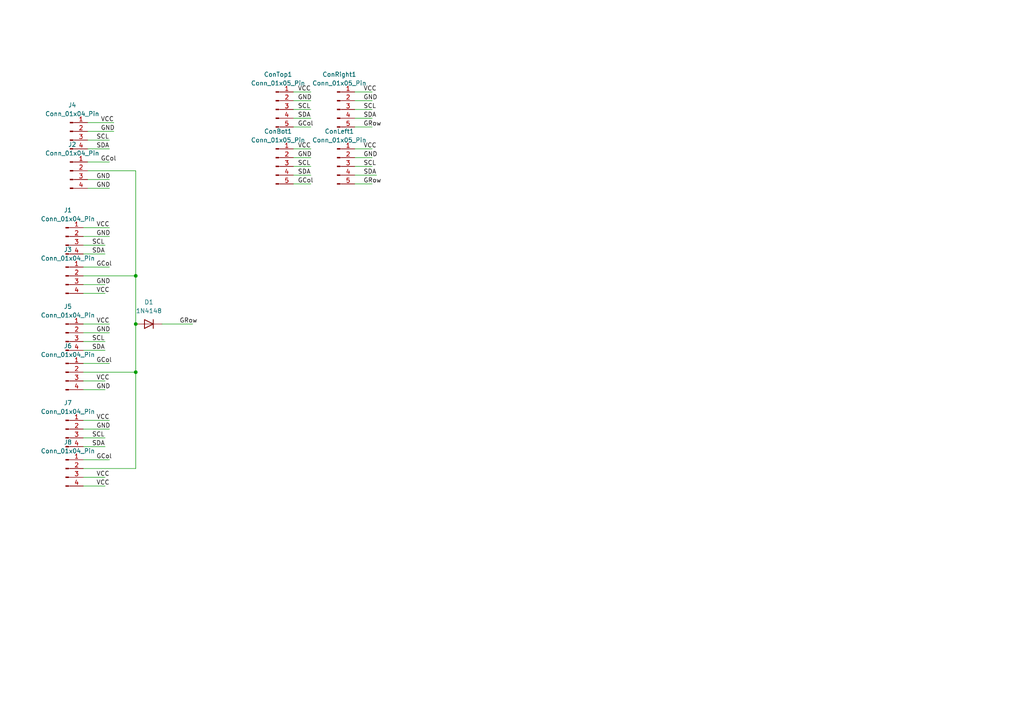
<source format=kicad_sch>
(kicad_sch (version 20230121) (generator eeschema)
  (paper "A4")
  (lib_symbols
    (symbol "Connector:Conn_01x04_Pin" (pin_names (offset 1.016) hide)
      (property "Reference" "J" (at 0 5.08 0))
      (property "Value" "Conn_01x04_Pin" (at 0 -7.62 0))
      (symbol "Conn_01x04_Pin_1_1"
        (polyline (pts (xy 1.27 -5.08) (xy 0.8636 -5.08)) (stroke (width 0.1524)))
        (polyline (pts (xy 1.27 -2.54) (xy 0.8636 -2.54)) (stroke (width 0.1524)))
        (polyline (pts (xy 1.27 0) (xy 0.8636 0)) (stroke (width 0.1524)))
        (polyline (pts (xy 1.27 2.54) (xy 0.8636 2.54)) (stroke (width 0.1524)))
        (rectangle (start 0.8636 -4.953) (end 0 -5.207) (stroke (width 0.1524)) (fill (type outline)))
        (rectangle (start 0.8636 -2.413) (end 0 -2.667) (stroke (width 0.1524)) (fill (type outline)))
        (rectangle (start 0.8636 0.127) (end 0 -0.127) (stroke (width 0.1524)) (fill (type outline)))
        (rectangle (start 0.8636 2.667) (end 0 2.413) (stroke (width 0.1524)) (fill (type outline)))
        (pin passive line (at 5.08 2.54 180) (length 3.81) (name "Pin_1") (number "1"))
        (pin passive line (at 5.08 0 180) (length 3.81) (name "Pin_2") (number "2"))
        (pin passive line (at 5.08 -2.54 180) (length 3.81) (name "Pin_3") (number "3"))
        (pin passive line (at 5.08 -5.08 180) (length 3.81) (name "Pin_4") (number "4"))
      )
    )
    (symbol "Connector:Conn_01x05_Pin" (pin_names (offset 1.016) hide)
      (property "Reference" "J" (at 0 7.62 0))
      (property "Value" "Conn_01x05_Pin" (at 0 -7.62 0))
      (symbol "Conn_01x05_Pin_1_1"
        (polyline (pts (xy 1.27 -5.08) (xy 0.8636 -5.08)) (stroke (width 0.1524)))
        (polyline (pts (xy 1.27 -2.54) (xy 0.8636 -2.54)) (stroke (width 0.1524)))
        (polyline (pts (xy 1.27 0) (xy 0.8636 0)) (stroke (width 0.1524)))
        (polyline (pts (xy 1.27 2.54) (xy 0.8636 2.54)) (stroke (width 0.1524)))
        (polyline (pts (xy 1.27 5.08) (xy 0.8636 5.08)) (stroke (width 0.1524)))
        (rectangle (start 0.8636 -4.953) (end 0 -5.207) (stroke (width 0.1524)) (fill (type outline)))
        (rectangle (start 0.8636 -2.413) (end 0 -2.667) (stroke (width 0.1524)) (fill (type outline)))
        (rectangle (start 0.8636 0.127) (end 0 -0.127) (stroke (width 0.1524)) (fill (type outline)))
        (rectangle (start 0.8636 2.667) (end 0 2.413) (stroke (width 0.1524)) (fill (type outline)))
        (rectangle (start 0.8636 5.207) (end 0 4.953) (stroke (width 0.1524)) (fill (type outline)))
        (pin passive line (at 5.08 5.08 180) (length 3.81) (name "Pin_1") (number "1"))
        (pin passive line (at 5.08 2.54 180) (length 3.81) (name "Pin_2") (number "2"))
        (pin passive line (at 5.08 0 180) (length 3.81) (name "Pin_3") (number "3"))
        (pin passive line (at 5.08 -2.54 180) (length 3.81) (name "Pin_4") (number "4"))
        (pin passive line (at 5.08 -5.08 180) (length 3.81) (name "Pin_5") (number "5"))
      )
    )
    (symbol "Diode:1N4148" (pin_numbers hide) (pin_names hide)
      (property "Reference" "D" (at 0 2.54 0))
      (property "Value" "1N4148" (at 0 -2.54 0))
      (symbol "1N4148_0_1"
        (polyline (pts (xy -1.27 1.27) (xy -1.27 -1.27)) (stroke (width 0.254)))
        (polyline (pts (xy 1.27 0) (xy -1.27 0)))
        (polyline (pts (xy 1.27 1.27) (xy 1.27 -1.27) (xy -1.27 0) (xy 1.27 1.27)) (stroke (width 0.254)))
      )
      (symbol "1N4148_1_1"
        (pin passive line (at -3.81 0 0) (length 2.54) (name "K") (number "1"))
        (pin passive line (at 3.81 0 180) (length 2.54) (name "A") (number "2"))
      )
    )
  )
  (junction (at 39.37 80.01))
  (junction (at 39.37 93.98))
  (junction (at 39.37 107.95))
  (wire (pts (xy 85.09 36.83) (xy 90.17 36.83)))
  (wire (pts (xy 39.37 107.95) (xy 39.37 135.89)))
  (wire (pts (xy 85.09 50.8) (xy 90.17 50.8)))
  (wire (pts (xy 102.87 43.18) (xy 107.95 43.18)))
  (wire (pts (xy 102.87 31.75) (xy 107.95 31.75)))
  (wire (pts (xy 24.13 140.97) (xy 30.48 140.97)))
  (wire (pts (xy 85.09 26.67) (xy 90.17 26.67)))
  (wire (pts (xy 24.13 129.54) (xy 30.48 129.54)))
  (wire (pts (xy 25.4 43.18) (xy 31.75 43.18)))
  (wire (pts (xy 25.4 52.07) (xy 31.75 52.07)))
  (wire (pts (xy 24.13 85.09) (xy 30.48 85.09)))
  (wire (pts (xy 24.13 96.52) (xy 31.75 96.52)))
  (wire (pts (xy 39.37 93.98) (xy 39.37 107.95)))
  (wire (pts (xy 24.13 66.04) (xy 31.75 66.04)))
  (wire (pts (xy 24.13 82.55) (xy 30.48 82.55)))
  (wire (pts (xy 25.4 40.64) (xy 31.75 40.64)))
  (wire (pts (xy 102.87 45.72) (xy 107.95 45.72)))
  (wire (pts (xy 39.37 80.01) (xy 39.37 93.98)))
  (wire (pts (xy 39.37 49.53) (xy 39.37 80.01)))
  (wire (pts (xy 85.09 53.34) (xy 90.17 53.34)))
  (wire (pts (xy 24.13 71.12) (xy 30.48 71.12)))
  (wire (pts (xy 24.13 68.58) (xy 31.75 68.58)))
  (wire (pts (xy 24.13 80.01) (xy 39.37 80.01)))
  (wire (pts (xy 85.09 48.26) (xy 90.17 48.26)))
  (wire (pts (xy 24.13 99.06) (xy 30.48 99.06)))
  (wire (pts (xy 25.4 35.56) (xy 33.02 35.56)))
  (wire (pts (xy 24.13 124.46) (xy 31.75 124.46)))
  (wire (pts (xy 24.13 121.92) (xy 31.75 121.92)))
  (wire (pts (xy 85.09 45.72) (xy 90.17 45.72)))
  (wire (pts (xy 85.09 34.29) (xy 90.17 34.29)))
  (wire (pts (xy 102.87 50.8) (xy 109.22 50.8)))
  (wire (pts (xy 24.13 135.89) (xy 39.37 135.89)))
  (wire (pts (xy 102.87 29.21) (xy 107.95 29.21)))
  (wire (pts (xy 85.09 29.21) (xy 90.17 29.21)))
  (wire (pts (xy 25.4 46.99) (xy 31.75 46.99)))
  (wire (pts (xy 85.09 43.18) (xy 90.17 43.18)))
  (wire (pts (xy 24.13 105.41) (xy 31.75 105.41)))
  (wire (pts (xy 25.4 54.61) (xy 31.75 54.61)))
  (wire (pts (xy 46.99 93.98) (xy 55.88 93.98)))
  (wire (pts (xy 85.09 31.75) (xy 90.17 31.75)))
  (wire (pts (xy 24.13 127) (xy 30.48 127)))
  (wire (pts (xy 25.4 38.1) (xy 33.02 38.1)))
  (wire (pts (xy 24.13 138.43) (xy 30.48 138.43)))
  (wire (pts (xy 24.13 101.6) (xy 30.48 101.6)))
  (wire (pts (xy 102.87 26.67) (xy 107.95 26.67)))
  (wire (pts (xy 24.13 110.49) (xy 30.48 110.49)))
  (wire (pts (xy 102.87 48.26) (xy 107.95 48.26)))
  (wire (pts (xy 102.87 53.34) (xy 107.95 53.34)))
  (wire (pts (xy 102.87 36.83) (xy 107.95 36.83)))
  (wire (pts (xy 25.4 49.53) (xy 39.37 49.53)))
  (wire (pts (xy 24.13 113.03) (xy 30.48 113.03)))
  (wire (pts (xy 24.13 77.47) (xy 31.75 77.47)))
  (wire (pts (xy 24.13 107.95) (xy 39.37 107.95)))
  (wire (pts (xy 24.13 93.98) (xy 31.75 93.98)))
  (wire (pts (xy 24.13 133.35) (xy 31.75 133.35)))
  (wire (pts (xy 24.13 73.66) (xy 30.48 73.66)))
  (wire (pts (xy 102.87 34.29) (xy 107.95 34.29)))
  (label "SDA" (at 86.36 50.8 0))
  (label "GND" (at 27.94 124.46 0))
  (label "GRow" (at 52.07 93.98 0))
  (label "VCC" (at 29.21 35.56 0))
  (label "SCL" (at 27.94 40.64 0))
  (label "GCol" (at 27.94 133.35 0))
  (label "GRow" (at 105.41 53.34 0))
  (label "SCL" (at 26.67 99.06 0))
  (label "GCol" (at 29.21 46.99 0))
  (label "VCC" (at 105.41 43.18 0))
  (label "VCC" (at 27.94 140.97 0))
  (label "SCL" (at 26.67 71.12 0))
  (label "SDA" (at 105.41 50.8 0))
  (label "GND" (at 86.36 45.72 0))
  (label "VCC" (at 86.36 26.67 0))
  (label "GND" (at 27.94 52.07 0))
  (label "GND" (at 27.94 68.58 0))
  (label "GCol" (at 86.36 36.83 0))
  (label "GND" (at 105.41 45.72 0))
  (label "VCC" (at 27.94 85.09 0))
  (label "SDA" (at 27.94 43.18 0))
  (label "SDA" (at 105.41 34.29 0))
  (label "VCC" (at 27.94 93.98 0))
  (label "GND" (at 86.36 29.21 0))
  (label "SDA" (at 26.67 73.66 0))
  (label "GND" (at 105.41 29.21 0))
  (label "SDA" (at 26.67 129.54 0))
  (label "VCC" (at 27.94 66.04 0))
  (label "VCC" (at 27.94 121.92 0))
  (label "SCL" (at 105.41 31.75 0))
  (label "SCL" (at 86.36 48.26 0))
  (label "SCL" (at 86.36 31.75 0))
  (label "VCC" (at 27.94 138.43 0))
  (label "VCC" (at 86.36 43.18 0))
  (label "SDA" (at 26.67 101.6 0))
  (label "GRow" (at 105.41 36.83 0))
  (label "SCL" (at 105.41 48.26 0))
  (label "GND" (at 27.94 54.61 0))
  (label "SCL" (at 26.67 127 0))
  (label "GND" (at 29.21 38.1 0))
  (label "GND" (at 27.94 113.03 0))
  (label "GCol" (at 86.36 53.34 0))
  (label "VCC" (at 27.94 110.49 0))
  (label "GCol" (at 27.94 105.41 0))
  (label "GND" (at 27.94 96.52 0))
  (label "VCC" (at 105.41 26.67 0))
  (label "GCol" (at 27.94 77.47 0))
  (label "SDA" (at 86.36 34.29 0))
  (label "GND" (at 27.94 82.55 0))
  (symbol (lib_id "Connector:Conn_01x04_Pin") (at 19.05 96.52 0) (unit 1)
    (property "Reference" "J5" (at 19.685 88.9 0))
    (property "Value" "Conn_01x04_Pin" (at 19.685 91.44 0))
    (property "Footprint" "OwnLibrary:TestPoint_Pad_01x04_2.54" (effects hide))
  )
  (symbol (lib_id "Connector:Conn_01x04_Pin") (at 20.32 49.53 0) (unit 1)
    (property "Reference" "J2" (at 20.955 41.91 0))
    (property "Value" "Conn_01x04_Pin" (at 20.955 44.45 0))
    (property "Footprint" "OwnLibrary:TestPoint_Pad_01x04_2.54" (effects hide))
  )
  (symbol (lib_id "Connector:Conn_01x05_Pin") (at 97.79 31.75 0) (unit 1)
    (property "Reference" "ConRight1" (at 98.425 21.59 0))
    (property "Value" "Conn_01x05_Pin" (at 98.425 24.13 0))
    (property "Footprint" "Connector_PinSocket_2.54mm:PinSocket_1x05_P2.54mm_Horizontal" (effects hide))
  )
  (symbol (lib_id "Connector:Conn_01x05_Pin") (at 97.79 48.26 0) (unit 1)
    (property "Reference" "ConLeft1" (at 98.425 38.1 0))
    (property "Value" "Conn_01x05_Pin" (at 98.425 40.64 0))
    (property "Footprint" "Connector_PinHeader_2.54mm:PinHeader_1x05_P2.54mm_Horizontal" (effects hide))
  )
  (symbol (lib_id "Connector:Conn_01x04_Pin") (at 19.05 124.46 0) (unit 1)
    (property "Reference" "J7" (at 19.685 116.84 0))
    (property "Value" "Conn_01x04_Pin" (at 19.685 119.38 0))
    (property "Footprint" "OwnLibrary:TestPoint_Pad_01x04_2.54" (effects hide))
  )
  (symbol (lib_id "Diode:1N4148") (at 43.18 93.98 180) (unit 1)
    (property "Reference" "D1" (at 43.18 87.63 0))
    (property "Value" "1N4148" (at 43.18 90.17 0))
    (property "Footprint" "Diode_THT:D_DO-35_SOD27_P7.62mm_Horizontal" (effects hide))
    (property "Datasheet" "https://assets.nexperia.com/documents/data-sheet/1N4148_1N4448.pdf" (effects hide))
    (property "Sim.Device" "D" (effects hide))
    (property "Sim.Pins" "1=K 2=A" (effects hide))
  )
  (symbol (lib_id "Connector:Conn_01x04_Pin") (at 19.05 80.01 0) (unit 1)
    (property "Reference" "J3" (at 19.685 72.39 0))
    (property "Value" "Conn_01x04_Pin" (at 19.685 74.93 0))
    (property "Footprint" "OwnLibrary:TestPoint_Pad_01x04_2.54" (effects hide))
  )
  (symbol (lib_id "Connector:Conn_01x04_Pin") (at 19.05 107.95 0) (unit 1)
    (property "Reference" "J6" (at 19.685 100.33 0))
    (property "Value" "Conn_01x04_Pin" (at 19.685 102.87 0))
    (property "Footprint" "OwnLibrary:TestPoint_Pad_01x04_2.54" (effects hide))
  )
  (symbol (lib_id "Connector:Conn_01x05_Pin") (at 80.01 48.26 0) (unit 1)
    (property "Reference" "ConBot1" (at 80.645 38.1 0))
    (property "Value" "Conn_01x05_Pin" (at 80.645 40.64 0))
    (property "Footprint" "Connector_PinSocket_2.54mm:PinSocket_1x05_P2.54mm_Horizontal" (effects hide))
  )
  (symbol (lib_id "Connector:Conn_01x04_Pin") (at 19.05 68.58 0) (unit 1)
    (property "Reference" "J1" (at 19.685 60.96 0))
    (property "Value" "Conn_01x04_Pin" (at 19.685 63.5 0))
    (property "Footprint" "OwnLibrary:TestPoint_Pad_01x04_2.54" (effects hide))
  )
  (symbol (lib_id "Connector:Conn_01x05_Pin") (at 80.01 31.75 0) (unit 1)
    (property "Reference" "ConTop1" (at 80.645 21.59 0))
    (property "Value" "Conn_01x05_Pin" (at 80.645 24.13 0))
    (property "Footprint" "Connector_PinHeader_2.54mm:PinHeader_1x05_P2.54mm_Horizontal" (effects hide))
  )
  (symbol (lib_id "Connector:Conn_01x04_Pin") (at 20.32 38.1 0) (unit 1)
    (property "Reference" "J4" (at 20.955 30.48 0))
    (property "Value" "Conn_01x04_Pin" (at 20.955 33.02 0))
    (property "Footprint" "OwnLibrary:TestPoint_Pad_01x04_2.54" (effects hide))
  )
  (symbol (lib_id "Connector:Conn_01x04_Pin") (at 19.05 135.89 0) (unit 1)
    (property "Reference" "J8" (at 19.685 128.27 0))
    (property "Value" "Conn_01x04_Pin" (at 19.685 130.81 0))
    (property "Footprint" "OwnLibrary:TestPoint_Pad_01x04_2.54" (effects hide))
  )
)
</source>
